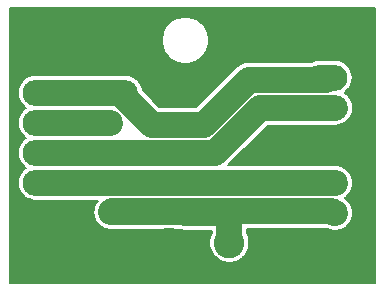
<source format=gbr>
%TF.GenerationSoftware,KiCad,Pcbnew,(5.1.6)-1*%
%TF.CreationDate,2024-12-09T13:12:19-05:00*%
%TF.ProjectId,connector_pcb,636f6e6e-6563-4746-9f72-5f7063622e6b,rev?*%
%TF.SameCoordinates,PX1bdb590PY2e063a0*%
%TF.FileFunction,Copper,L2,Bot*%
%TF.FilePolarity,Positive*%
%FSLAX46Y46*%
G04 Gerber Fmt 4.6, Leading zero omitted, Abs format (unit mm)*
G04 Created by KiCad (PCBNEW (5.1.6)-1) date 2024-12-09 13:12:19*
%MOMM*%
%LPD*%
G01*
G04 APERTURE LIST*
%TA.AperFunction,ComponentPad*%
%ADD10O,3.470000X2.200000*%
%TD*%
%TA.AperFunction,ComponentPad*%
%ADD11C,2.600000*%
%TD*%
%TA.AperFunction,ComponentPad*%
%ADD12C,2.200000*%
%TD*%
%TA.AperFunction,ViaPad*%
%ADD13C,2.200000*%
%TD*%
%TA.AperFunction,Conductor*%
%ADD14C,2.200000*%
%TD*%
%TA.AperFunction,Conductor*%
%ADD15C,0.200000*%
%TD*%
G04 APERTURE END LIST*
D10*
%TO.P,J1,1*%
%TO.N,GND*%
X3175000Y6350000D03*
%TO.P,J1,2*%
%TO.N,FAN-*%
X3175000Y8890000D03*
%TO.P,J1,3*%
%TO.N,+3V3*%
X3175000Y11430000D03*
%TO.P,J1,4*%
%TO.N,+12V*%
X3175000Y13970000D03*
%TO.P,J1,5*%
%TO.N,ONE_WIRE*%
X3175000Y16510000D03*
%TD*%
D11*
%TO.P,J2,1*%
%TO.N,GND*%
X13890000Y3810000D03*
%TO.P,J2,2*%
%TO.N,+12V*%
X18970000Y3810000D03*
%TD*%
D12*
%TO.P,J3,1*%
%TO.N,+12V*%
X27940000Y6350000D03*
%TO.P,J3,2*%
%TO.N,FAN-*%
X27940000Y8890000D03*
%TD*%
D10*
%TO.P,J4,1*%
%TO.N,+3V3*%
X27255000Y15240000D03*
%TO.P,J4,2*%
%TO.N,ONE_WIRE*%
X27255000Y17780000D03*
%TO.P,J4,3*%
%TO.N,GND*%
X27255000Y20320000D03*
%TD*%
D13*
%TO.N,+12V*%
X8890000Y13970000D03*
X8950001Y6410001D03*
%TD*%
D14*
%TO.N,FAN-*%
X3810000Y8890000D02*
X27940000Y8890000D01*
%TO.N,+3V3*%
X3810000Y11430000D02*
X17780000Y11430000D01*
X17780000Y11430000D02*
X21590000Y15240000D01*
X21590000Y15240000D02*
X27940000Y15240000D01*
%TO.N,+12V*%
X15138001Y6410001D02*
X8950001Y6410001D01*
X15198002Y6350000D02*
X15138001Y6410001D01*
X18970000Y6270000D02*
X19050000Y6350000D01*
X18970000Y3810000D02*
X18970000Y6270000D01*
X19050000Y6350000D02*
X15198002Y6350000D01*
X3810000Y13970000D02*
X8890000Y13970000D01*
X27800000Y6350000D02*
X27660010Y6489990D01*
X27940000Y6350000D02*
X27800000Y6350000D01*
X9029990Y6489990D02*
X8950001Y6410001D01*
X27660010Y6489990D02*
X9029990Y6489990D01*
X8890000Y13970000D02*
X8890000Y13970000D01*
X8950001Y6410001D02*
X8950001Y6410001D01*
%TO.N,ONE_WIRE*%
X10160000Y16094126D02*
X12424116Y13830010D01*
X10160000Y16510000D02*
X10160000Y16094126D01*
X3810000Y16510000D02*
X10160000Y16510000D01*
X12424116Y13830010D02*
X16785884Y13830010D01*
X16785884Y13830010D02*
X20595884Y17640010D01*
X20595884Y17640010D02*
X27190000Y17640010D01*
%TD*%
D15*
%TO.N,GND*%
G36*
X31325001Y425000D02*
G01*
X425000Y425000D01*
X425000Y16510000D01*
X1032743Y16510000D01*
X1061705Y16215949D01*
X1147476Y15933198D01*
X1286762Y15672613D01*
X1474208Y15444208D01*
X1702613Y15256762D01*
X1733972Y15240000D01*
X1702613Y15223238D01*
X1474208Y15035792D01*
X1286762Y14807387D01*
X1147476Y14546802D01*
X1061705Y14264051D01*
X1032743Y13970000D01*
X1061705Y13675949D01*
X1147476Y13393198D01*
X1286762Y13132613D01*
X1474208Y12904208D01*
X1702613Y12716762D01*
X1733972Y12700000D01*
X1702613Y12683238D01*
X1474208Y12495792D01*
X1286762Y12267387D01*
X1147476Y12006802D01*
X1061705Y11724051D01*
X1032743Y11430000D01*
X1061705Y11135949D01*
X1147476Y10853198D01*
X1286762Y10592613D01*
X1474208Y10364208D01*
X1702613Y10176762D01*
X1733972Y10160000D01*
X1702613Y10143238D01*
X1474208Y9955792D01*
X1286762Y9727387D01*
X1147476Y9466802D01*
X1061705Y9184051D01*
X1032743Y8890000D01*
X1061705Y8595949D01*
X1147476Y8313198D01*
X1286762Y8052613D01*
X1474208Y7824208D01*
X1702613Y7636762D01*
X1963198Y7497476D01*
X2245949Y7411705D01*
X2466320Y7390000D01*
X7808680Y7390000D01*
X7784875Y7366195D01*
X7743731Y7304619D01*
X7696763Y7247388D01*
X7661865Y7182098D01*
X7620718Y7120518D01*
X7592376Y7052094D01*
X7557477Y6986803D01*
X7535986Y6915957D01*
X7507645Y6847535D01*
X7493196Y6774897D01*
X7471706Y6704052D01*
X7464449Y6630375D01*
X7450001Y6557738D01*
X7450001Y6483681D01*
X7442744Y6410001D01*
X7450001Y6336321D01*
X7450001Y6262264D01*
X7464449Y6189627D01*
X7471706Y6115950D01*
X7493196Y6045105D01*
X7507645Y5972467D01*
X7535986Y5904045D01*
X7557477Y5833199D01*
X7592376Y5767908D01*
X7620718Y5699484D01*
X7661865Y5637904D01*
X7696763Y5572614D01*
X7743731Y5515383D01*
X7784875Y5453807D01*
X7837237Y5401445D01*
X7884209Y5344209D01*
X7941445Y5297237D01*
X7993807Y5244875D01*
X8055383Y5203731D01*
X8112614Y5156763D01*
X8177904Y5121865D01*
X8239484Y5080718D01*
X8307908Y5052376D01*
X8373199Y5017477D01*
X8444045Y4995986D01*
X8512467Y4967645D01*
X8585105Y4953196D01*
X8655950Y4931706D01*
X8729627Y4924449D01*
X8802264Y4910001D01*
X8876321Y4910001D01*
X8950001Y4902744D01*
X9023681Y4910001D01*
X14777705Y4910001D01*
X14903951Y4871705D01*
X15124322Y4850000D01*
X15124324Y4850000D01*
X15198001Y4842743D01*
X15271679Y4850000D01*
X17470000Y4850000D01*
X17470000Y4625012D01*
X17463479Y4615252D01*
X17335330Y4305872D01*
X17270000Y3977435D01*
X17270000Y3642565D01*
X17335330Y3314128D01*
X17463479Y3004748D01*
X17649523Y2726313D01*
X17886313Y2489523D01*
X18164748Y2303479D01*
X18474128Y2175330D01*
X18802565Y2110000D01*
X19137435Y2110000D01*
X19465872Y2175330D01*
X19775252Y2303479D01*
X20053687Y2489523D01*
X20290477Y2726313D01*
X20476521Y3004748D01*
X20604670Y3314128D01*
X20670000Y3642565D01*
X20670000Y3977435D01*
X20604670Y4305872D01*
X20476521Y4615252D01*
X20470000Y4625011D01*
X20470000Y4989990D01*
X27162369Y4989990D01*
X27223198Y4957476D01*
X27505949Y4871705D01*
X27726320Y4850000D01*
X27800000Y4842743D01*
X27873680Y4850000D01*
X28087737Y4850000D01*
X28160374Y4864448D01*
X28234051Y4871705D01*
X28304896Y4893195D01*
X28377534Y4907644D01*
X28445956Y4935985D01*
X28516802Y4957476D01*
X28582093Y4992375D01*
X28650517Y5020717D01*
X28712097Y5061864D01*
X28777387Y5096762D01*
X28834618Y5143730D01*
X28896194Y5184874D01*
X28948556Y5237236D01*
X29005792Y5284208D01*
X29052764Y5341444D01*
X29105126Y5393806D01*
X29146270Y5455382D01*
X29193238Y5512613D01*
X29228136Y5577903D01*
X29269283Y5639483D01*
X29297625Y5707907D01*
X29332524Y5773198D01*
X29354015Y5844044D01*
X29382356Y5912466D01*
X29396805Y5985104D01*
X29418295Y6055949D01*
X29425552Y6129626D01*
X29440000Y6202263D01*
X29440000Y6276320D01*
X29447257Y6350000D01*
X29440000Y6423680D01*
X29440000Y6497737D01*
X29425552Y6570374D01*
X29418295Y6644051D01*
X29396805Y6714896D01*
X29382356Y6787534D01*
X29354015Y6855956D01*
X29332524Y6926802D01*
X29297625Y6992093D01*
X29269283Y7060517D01*
X29228136Y7122097D01*
X29193238Y7187387D01*
X29146270Y7244618D01*
X29105126Y7306194D01*
X29052764Y7358556D01*
X29005792Y7415792D01*
X28948556Y7462764D01*
X28896194Y7515126D01*
X28834618Y7556270D01*
X28777387Y7603238D01*
X28746028Y7620000D01*
X28777387Y7636762D01*
X28834618Y7683730D01*
X28896194Y7724874D01*
X28948556Y7777236D01*
X29005792Y7824208D01*
X29052764Y7881444D01*
X29105126Y7933806D01*
X29146270Y7995382D01*
X29193238Y8052613D01*
X29228136Y8117903D01*
X29269283Y8179483D01*
X29297625Y8247907D01*
X29332524Y8313198D01*
X29354015Y8384044D01*
X29382356Y8452466D01*
X29396805Y8525104D01*
X29418295Y8595949D01*
X29425552Y8669626D01*
X29440000Y8742263D01*
X29440000Y8816320D01*
X29447257Y8890000D01*
X29440000Y8963680D01*
X29440000Y9037737D01*
X29425552Y9110374D01*
X29418295Y9184051D01*
X29396805Y9254896D01*
X29382356Y9327534D01*
X29354015Y9395956D01*
X29332524Y9466802D01*
X29297625Y9532093D01*
X29269283Y9600517D01*
X29228136Y9662097D01*
X29193238Y9727387D01*
X29146270Y9784618D01*
X29105126Y9846194D01*
X29052764Y9898556D01*
X29005792Y9955792D01*
X28948556Y10002764D01*
X28896194Y10055126D01*
X28834618Y10096270D01*
X28777387Y10143238D01*
X28712097Y10178136D01*
X28650517Y10219283D01*
X28582093Y10247625D01*
X28516802Y10282524D01*
X28445956Y10304015D01*
X28377534Y10332356D01*
X28304896Y10346805D01*
X28234051Y10368295D01*
X28160374Y10375552D01*
X28087737Y10390000D01*
X18866959Y10390000D01*
X18892769Y10421450D01*
X22211321Y13740000D01*
X28013680Y13740000D01*
X28234051Y13761705D01*
X28516802Y13847476D01*
X28777387Y13986762D01*
X29005792Y14174208D01*
X29193238Y14402613D01*
X29332524Y14663198D01*
X29418295Y14945949D01*
X29447257Y15240000D01*
X29418295Y15534051D01*
X29332524Y15816802D01*
X29193238Y16077387D01*
X29005792Y16305792D01*
X28777387Y16493238D01*
X28721028Y16523363D01*
X28727387Y16526762D01*
X28955792Y16714208D01*
X29143238Y16942613D01*
X29282524Y17203198D01*
X29368295Y17485949D01*
X29397257Y17780000D01*
X29368295Y18074051D01*
X29282524Y18356802D01*
X29143238Y18617387D01*
X28955792Y18845792D01*
X28727387Y19033238D01*
X28466802Y19172524D01*
X28184051Y19258295D01*
X27963680Y19280000D01*
X26546320Y19280000D01*
X26325949Y19258295D01*
X26043198Y19172524D01*
X25982369Y19140010D01*
X20669564Y19140010D01*
X20595884Y19147267D01*
X20301833Y19118305D01*
X20019081Y19032534D01*
X19758497Y18893248D01*
X19530092Y18705802D01*
X19483124Y18648571D01*
X16164565Y15330010D01*
X13045437Y15330010D01*
X11645604Y16729841D01*
X11638295Y16804051D01*
X11552524Y17086802D01*
X11413238Y17347387D01*
X11225792Y17575792D01*
X10997387Y17763238D01*
X10736802Y17902524D01*
X10454051Y17988295D01*
X10233680Y18010000D01*
X10160000Y18017257D01*
X10086320Y18010000D01*
X2466320Y18010000D01*
X2245949Y17988295D01*
X1963198Y17902524D01*
X1702613Y17763238D01*
X1474208Y17575792D01*
X1286762Y17347387D01*
X1147476Y17086802D01*
X1061705Y16804051D01*
X1032743Y16510000D01*
X425000Y16510000D01*
X425000Y21156983D01*
X13240000Y21156983D01*
X13240000Y20763017D01*
X13316859Y20376622D01*
X13467623Y20012645D01*
X13686499Y19685074D01*
X13965074Y19406499D01*
X14292645Y19187623D01*
X14656622Y19036859D01*
X15043017Y18960000D01*
X15436983Y18960000D01*
X15823378Y19036859D01*
X16187355Y19187623D01*
X16514926Y19406499D01*
X16793501Y19685074D01*
X17012377Y20012645D01*
X17163141Y20376622D01*
X17240000Y20763017D01*
X17240000Y21156983D01*
X17163141Y21543378D01*
X17012377Y21907355D01*
X16793501Y22234926D01*
X16514926Y22513501D01*
X16187355Y22732377D01*
X15823378Y22883141D01*
X15436983Y22960000D01*
X15043017Y22960000D01*
X14656622Y22883141D01*
X14292645Y22732377D01*
X13965074Y22513501D01*
X13686499Y22234926D01*
X13467623Y21907355D01*
X13316859Y21543378D01*
X13240000Y21156983D01*
X425000Y21156983D01*
X425000Y23705000D01*
X31325000Y23705000D01*
X31325001Y425000D01*
G37*
X31325001Y425000D02*
X425000Y425000D01*
X425000Y16510000D01*
X1032743Y16510000D01*
X1061705Y16215949D01*
X1147476Y15933198D01*
X1286762Y15672613D01*
X1474208Y15444208D01*
X1702613Y15256762D01*
X1733972Y15240000D01*
X1702613Y15223238D01*
X1474208Y15035792D01*
X1286762Y14807387D01*
X1147476Y14546802D01*
X1061705Y14264051D01*
X1032743Y13970000D01*
X1061705Y13675949D01*
X1147476Y13393198D01*
X1286762Y13132613D01*
X1474208Y12904208D01*
X1702613Y12716762D01*
X1733972Y12700000D01*
X1702613Y12683238D01*
X1474208Y12495792D01*
X1286762Y12267387D01*
X1147476Y12006802D01*
X1061705Y11724051D01*
X1032743Y11430000D01*
X1061705Y11135949D01*
X1147476Y10853198D01*
X1286762Y10592613D01*
X1474208Y10364208D01*
X1702613Y10176762D01*
X1733972Y10160000D01*
X1702613Y10143238D01*
X1474208Y9955792D01*
X1286762Y9727387D01*
X1147476Y9466802D01*
X1061705Y9184051D01*
X1032743Y8890000D01*
X1061705Y8595949D01*
X1147476Y8313198D01*
X1286762Y8052613D01*
X1474208Y7824208D01*
X1702613Y7636762D01*
X1963198Y7497476D01*
X2245949Y7411705D01*
X2466320Y7390000D01*
X7808680Y7390000D01*
X7784875Y7366195D01*
X7743731Y7304619D01*
X7696763Y7247388D01*
X7661865Y7182098D01*
X7620718Y7120518D01*
X7592376Y7052094D01*
X7557477Y6986803D01*
X7535986Y6915957D01*
X7507645Y6847535D01*
X7493196Y6774897D01*
X7471706Y6704052D01*
X7464449Y6630375D01*
X7450001Y6557738D01*
X7450001Y6483681D01*
X7442744Y6410001D01*
X7450001Y6336321D01*
X7450001Y6262264D01*
X7464449Y6189627D01*
X7471706Y6115950D01*
X7493196Y6045105D01*
X7507645Y5972467D01*
X7535986Y5904045D01*
X7557477Y5833199D01*
X7592376Y5767908D01*
X7620718Y5699484D01*
X7661865Y5637904D01*
X7696763Y5572614D01*
X7743731Y5515383D01*
X7784875Y5453807D01*
X7837237Y5401445D01*
X7884209Y5344209D01*
X7941445Y5297237D01*
X7993807Y5244875D01*
X8055383Y5203731D01*
X8112614Y5156763D01*
X8177904Y5121865D01*
X8239484Y5080718D01*
X8307908Y5052376D01*
X8373199Y5017477D01*
X8444045Y4995986D01*
X8512467Y4967645D01*
X8585105Y4953196D01*
X8655950Y4931706D01*
X8729627Y4924449D01*
X8802264Y4910001D01*
X8876321Y4910001D01*
X8950001Y4902744D01*
X9023681Y4910001D01*
X14777705Y4910001D01*
X14903951Y4871705D01*
X15124322Y4850000D01*
X15124324Y4850000D01*
X15198001Y4842743D01*
X15271679Y4850000D01*
X17470000Y4850000D01*
X17470000Y4625012D01*
X17463479Y4615252D01*
X17335330Y4305872D01*
X17270000Y3977435D01*
X17270000Y3642565D01*
X17335330Y3314128D01*
X17463479Y3004748D01*
X17649523Y2726313D01*
X17886313Y2489523D01*
X18164748Y2303479D01*
X18474128Y2175330D01*
X18802565Y2110000D01*
X19137435Y2110000D01*
X19465872Y2175330D01*
X19775252Y2303479D01*
X20053687Y2489523D01*
X20290477Y2726313D01*
X20476521Y3004748D01*
X20604670Y3314128D01*
X20670000Y3642565D01*
X20670000Y3977435D01*
X20604670Y4305872D01*
X20476521Y4615252D01*
X20470000Y4625011D01*
X20470000Y4989990D01*
X27162369Y4989990D01*
X27223198Y4957476D01*
X27505949Y4871705D01*
X27726320Y4850000D01*
X27800000Y4842743D01*
X27873680Y4850000D01*
X28087737Y4850000D01*
X28160374Y4864448D01*
X28234051Y4871705D01*
X28304896Y4893195D01*
X28377534Y4907644D01*
X28445956Y4935985D01*
X28516802Y4957476D01*
X28582093Y4992375D01*
X28650517Y5020717D01*
X28712097Y5061864D01*
X28777387Y5096762D01*
X28834618Y5143730D01*
X28896194Y5184874D01*
X28948556Y5237236D01*
X29005792Y5284208D01*
X29052764Y5341444D01*
X29105126Y5393806D01*
X29146270Y5455382D01*
X29193238Y5512613D01*
X29228136Y5577903D01*
X29269283Y5639483D01*
X29297625Y5707907D01*
X29332524Y5773198D01*
X29354015Y5844044D01*
X29382356Y5912466D01*
X29396805Y5985104D01*
X29418295Y6055949D01*
X29425552Y6129626D01*
X29440000Y6202263D01*
X29440000Y6276320D01*
X29447257Y6350000D01*
X29440000Y6423680D01*
X29440000Y6497737D01*
X29425552Y6570374D01*
X29418295Y6644051D01*
X29396805Y6714896D01*
X29382356Y6787534D01*
X29354015Y6855956D01*
X29332524Y6926802D01*
X29297625Y6992093D01*
X29269283Y7060517D01*
X29228136Y7122097D01*
X29193238Y7187387D01*
X29146270Y7244618D01*
X29105126Y7306194D01*
X29052764Y7358556D01*
X29005792Y7415792D01*
X28948556Y7462764D01*
X28896194Y7515126D01*
X28834618Y7556270D01*
X28777387Y7603238D01*
X28746028Y7620000D01*
X28777387Y7636762D01*
X28834618Y7683730D01*
X28896194Y7724874D01*
X28948556Y7777236D01*
X29005792Y7824208D01*
X29052764Y7881444D01*
X29105126Y7933806D01*
X29146270Y7995382D01*
X29193238Y8052613D01*
X29228136Y8117903D01*
X29269283Y8179483D01*
X29297625Y8247907D01*
X29332524Y8313198D01*
X29354015Y8384044D01*
X29382356Y8452466D01*
X29396805Y8525104D01*
X29418295Y8595949D01*
X29425552Y8669626D01*
X29440000Y8742263D01*
X29440000Y8816320D01*
X29447257Y8890000D01*
X29440000Y8963680D01*
X29440000Y9037737D01*
X29425552Y9110374D01*
X29418295Y9184051D01*
X29396805Y9254896D01*
X29382356Y9327534D01*
X29354015Y9395956D01*
X29332524Y9466802D01*
X29297625Y9532093D01*
X29269283Y9600517D01*
X29228136Y9662097D01*
X29193238Y9727387D01*
X29146270Y9784618D01*
X29105126Y9846194D01*
X29052764Y9898556D01*
X29005792Y9955792D01*
X28948556Y10002764D01*
X28896194Y10055126D01*
X28834618Y10096270D01*
X28777387Y10143238D01*
X28712097Y10178136D01*
X28650517Y10219283D01*
X28582093Y10247625D01*
X28516802Y10282524D01*
X28445956Y10304015D01*
X28377534Y10332356D01*
X28304896Y10346805D01*
X28234051Y10368295D01*
X28160374Y10375552D01*
X28087737Y10390000D01*
X18866959Y10390000D01*
X18892769Y10421450D01*
X22211321Y13740000D01*
X28013680Y13740000D01*
X28234051Y13761705D01*
X28516802Y13847476D01*
X28777387Y13986762D01*
X29005792Y14174208D01*
X29193238Y14402613D01*
X29332524Y14663198D01*
X29418295Y14945949D01*
X29447257Y15240000D01*
X29418295Y15534051D01*
X29332524Y15816802D01*
X29193238Y16077387D01*
X29005792Y16305792D01*
X28777387Y16493238D01*
X28721028Y16523363D01*
X28727387Y16526762D01*
X28955792Y16714208D01*
X29143238Y16942613D01*
X29282524Y17203198D01*
X29368295Y17485949D01*
X29397257Y17780000D01*
X29368295Y18074051D01*
X29282524Y18356802D01*
X29143238Y18617387D01*
X28955792Y18845792D01*
X28727387Y19033238D01*
X28466802Y19172524D01*
X28184051Y19258295D01*
X27963680Y19280000D01*
X26546320Y19280000D01*
X26325949Y19258295D01*
X26043198Y19172524D01*
X25982369Y19140010D01*
X20669564Y19140010D01*
X20595884Y19147267D01*
X20301833Y19118305D01*
X20019081Y19032534D01*
X19758497Y18893248D01*
X19530092Y18705802D01*
X19483124Y18648571D01*
X16164565Y15330010D01*
X13045437Y15330010D01*
X11645604Y16729841D01*
X11638295Y16804051D01*
X11552524Y17086802D01*
X11413238Y17347387D01*
X11225792Y17575792D01*
X10997387Y17763238D01*
X10736802Y17902524D01*
X10454051Y17988295D01*
X10233680Y18010000D01*
X10160000Y18017257D01*
X10086320Y18010000D01*
X2466320Y18010000D01*
X2245949Y17988295D01*
X1963198Y17902524D01*
X1702613Y17763238D01*
X1474208Y17575792D01*
X1286762Y17347387D01*
X1147476Y17086802D01*
X1061705Y16804051D01*
X1032743Y16510000D01*
X425000Y16510000D01*
X425000Y21156983D01*
X13240000Y21156983D01*
X13240000Y20763017D01*
X13316859Y20376622D01*
X13467623Y20012645D01*
X13686499Y19685074D01*
X13965074Y19406499D01*
X14292645Y19187623D01*
X14656622Y19036859D01*
X15043017Y18960000D01*
X15436983Y18960000D01*
X15823378Y19036859D01*
X16187355Y19187623D01*
X16514926Y19406499D01*
X16793501Y19685074D01*
X17012377Y20012645D01*
X17163141Y20376622D01*
X17240000Y20763017D01*
X17240000Y21156983D01*
X17163141Y21543378D01*
X17012377Y21907355D01*
X16793501Y22234926D01*
X16514926Y22513501D01*
X16187355Y22732377D01*
X15823378Y22883141D01*
X15436983Y22960000D01*
X15043017Y22960000D01*
X14656622Y22883141D01*
X14292645Y22732377D01*
X13965074Y22513501D01*
X13686499Y22234926D01*
X13467623Y21907355D01*
X13316859Y21543378D01*
X13240000Y21156983D01*
X425000Y21156983D01*
X425000Y23705000D01*
X31325000Y23705000D01*
X31325001Y425000D01*
%TD*%
M02*

</source>
